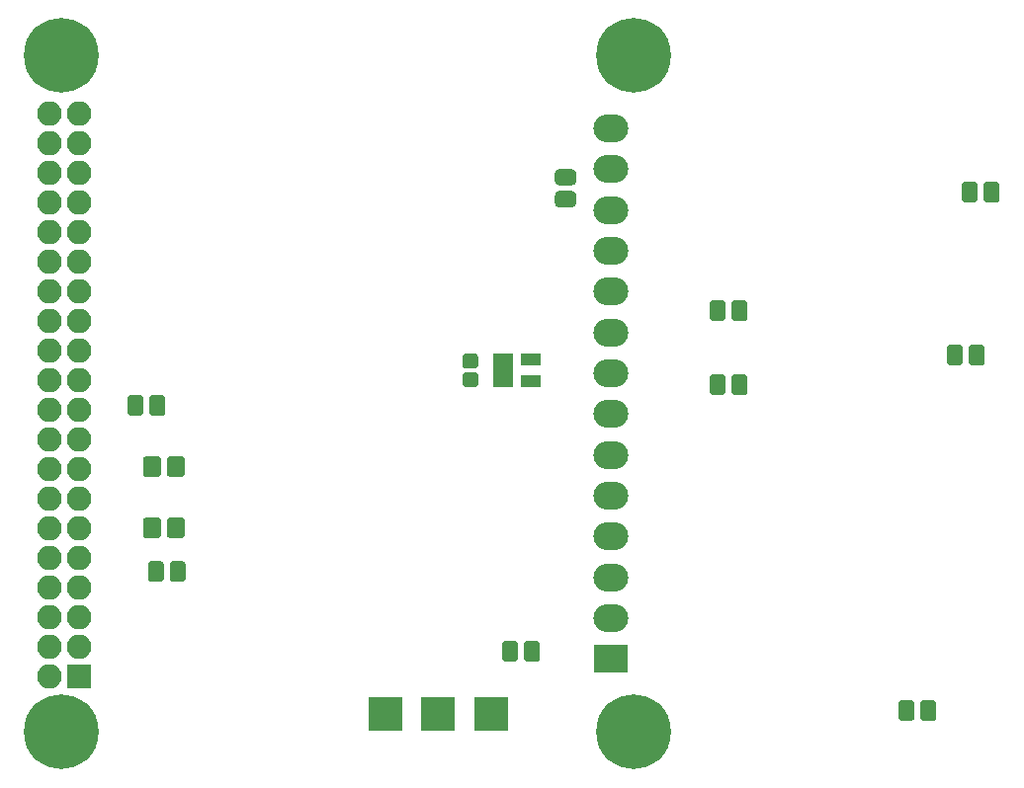
<source format=gbr>
G04 #@! TF.GenerationSoftware,KiCad,Pcbnew,6.0.0-rc1-unknown-46fddab~66~ubuntu16.04.1*
G04 #@! TF.CreationDate,2018-09-28T18:46:46+01:00*
G04 #@! TF.ProjectId,test,746573742E6B696361645F7063620000,rev?*
G04 #@! TF.SameCoordinates,Original*
G04 #@! TF.FileFunction,Soldermask,Top*
G04 #@! TF.FilePolarity,Negative*
%FSLAX46Y46*%
G04 Gerber Fmt 4.6, Leading zero omitted, Abs format (unit mm)*
G04 Created by KiCad (PCBNEW 6.0.0-rc1-unknown-46fddab~66~ubuntu16.04.1) date Fri Sep 28 18:46:46 2018*
%MOMM*%
%LPD*%
G01*
G04 APERTURE LIST*
%ADD10R,2.900000X2.900000*%
%ADD11C,6.400000*%
%ADD12C,0.100000*%
%ADD13C,1.275000*%
%ADD14R,3.000000X2.400000*%
%ADD15O,3.000000X2.400000*%
%ADD16R,2.100000X2.100000*%
%ADD17O,2.100000X2.100000*%
%ADD18R,1.790000X0.980000*%
%ADD19C,1.550000*%
%ADD20C,1.375000*%
G04 APERTURE END LIST*
D10*
G04 #@! TO.C,K*
X177750000Y-105750000D03*
G04 #@! TD*
G04 #@! TO.C,5V*
X173250000Y-105750000D03*
G04 #@! TD*
D11*
G04 #@! TO.C,REF\002A\002A*
X141000000Y-49250000D03*
G04 #@! TD*
G04 #@! TO.C,REF\002A\002A*
X190000000Y-49250000D03*
G04 #@! TD*
G04 #@! TO.C,REF\002A\002A*
X190000000Y-107250000D03*
G04 #@! TD*
G04 #@! TO.C,REF\002A\002A*
X141000000Y-107250000D03*
G04 #@! TD*
D12*
G04 #@! TO.C,C4*
G36*
X176387493Y-74826535D02*
X176418435Y-74831125D01*
X176448778Y-74838725D01*
X176478230Y-74849263D01*
X176506508Y-74862638D01*
X176533338Y-74878719D01*
X176558463Y-74897353D01*
X176581640Y-74918360D01*
X176602647Y-74941537D01*
X176621281Y-74966662D01*
X176637362Y-74993492D01*
X176650737Y-75021770D01*
X176661275Y-75051222D01*
X176668875Y-75081565D01*
X176673465Y-75112507D01*
X176675000Y-75143750D01*
X176675000Y-75781250D01*
X176673465Y-75812493D01*
X176668875Y-75843435D01*
X176661275Y-75873778D01*
X176650737Y-75903230D01*
X176637362Y-75931508D01*
X176621281Y-75958338D01*
X176602647Y-75983463D01*
X176581640Y-76006640D01*
X176558463Y-76027647D01*
X176533338Y-76046281D01*
X176506508Y-76062362D01*
X176478230Y-76075737D01*
X176448778Y-76086275D01*
X176418435Y-76093875D01*
X176387493Y-76098465D01*
X176356250Y-76100000D01*
X175643750Y-76100000D01*
X175612507Y-76098465D01*
X175581565Y-76093875D01*
X175551222Y-76086275D01*
X175521770Y-76075737D01*
X175493492Y-76062362D01*
X175466662Y-76046281D01*
X175441537Y-76027647D01*
X175418360Y-76006640D01*
X175397353Y-75983463D01*
X175378719Y-75958338D01*
X175362638Y-75931508D01*
X175349263Y-75903230D01*
X175338725Y-75873778D01*
X175331125Y-75843435D01*
X175326535Y-75812493D01*
X175325000Y-75781250D01*
X175325000Y-75143750D01*
X175326535Y-75112507D01*
X175331125Y-75081565D01*
X175338725Y-75051222D01*
X175349263Y-75021770D01*
X175362638Y-74993492D01*
X175378719Y-74966662D01*
X175397353Y-74941537D01*
X175418360Y-74918360D01*
X175441537Y-74897353D01*
X175466662Y-74878719D01*
X175493492Y-74862638D01*
X175521770Y-74849263D01*
X175551222Y-74838725D01*
X175581565Y-74831125D01*
X175612507Y-74826535D01*
X175643750Y-74825000D01*
X176356250Y-74825000D01*
X176387493Y-74826535D01*
X176387493Y-74826535D01*
G37*
D13*
X176000000Y-75462500D03*
D12*
G36*
X176387493Y-76401535D02*
X176418435Y-76406125D01*
X176448778Y-76413725D01*
X176478230Y-76424263D01*
X176506508Y-76437638D01*
X176533338Y-76453719D01*
X176558463Y-76472353D01*
X176581640Y-76493360D01*
X176602647Y-76516537D01*
X176621281Y-76541662D01*
X176637362Y-76568492D01*
X176650737Y-76596770D01*
X176661275Y-76626222D01*
X176668875Y-76656565D01*
X176673465Y-76687507D01*
X176675000Y-76718750D01*
X176675000Y-77356250D01*
X176673465Y-77387493D01*
X176668875Y-77418435D01*
X176661275Y-77448778D01*
X176650737Y-77478230D01*
X176637362Y-77506508D01*
X176621281Y-77533338D01*
X176602647Y-77558463D01*
X176581640Y-77581640D01*
X176558463Y-77602647D01*
X176533338Y-77621281D01*
X176506508Y-77637362D01*
X176478230Y-77650737D01*
X176448778Y-77661275D01*
X176418435Y-77668875D01*
X176387493Y-77673465D01*
X176356250Y-77675000D01*
X175643750Y-77675000D01*
X175612507Y-77673465D01*
X175581565Y-77668875D01*
X175551222Y-77661275D01*
X175521770Y-77650737D01*
X175493492Y-77637362D01*
X175466662Y-77621281D01*
X175441537Y-77602647D01*
X175418360Y-77581640D01*
X175397353Y-77558463D01*
X175378719Y-77533338D01*
X175362638Y-77506508D01*
X175349263Y-77478230D01*
X175338725Y-77448778D01*
X175331125Y-77418435D01*
X175326535Y-77387493D01*
X175325000Y-77356250D01*
X175325000Y-76718750D01*
X175326535Y-76687507D01*
X175331125Y-76656565D01*
X175338725Y-76626222D01*
X175349263Y-76596770D01*
X175362638Y-76568492D01*
X175378719Y-76541662D01*
X175397353Y-76516537D01*
X175418360Y-76493360D01*
X175441537Y-76472353D01*
X175466662Y-76453719D01*
X175493492Y-76437638D01*
X175521770Y-76424263D01*
X175551222Y-76413725D01*
X175581565Y-76406125D01*
X175612507Y-76401535D01*
X175643750Y-76400000D01*
X176356250Y-76400000D01*
X176387493Y-76401535D01*
X176387493Y-76401535D01*
G37*
D13*
X176000000Y-77037500D03*
G04 #@! TD*
D14*
G04 #@! TO.C,J1*
X188000000Y-101000000D03*
D15*
X188000000Y-97500000D03*
X188000000Y-94000000D03*
X188000000Y-90500000D03*
X188000000Y-87000000D03*
X188000000Y-83500000D03*
X188000000Y-80000000D03*
X188000000Y-76500000D03*
X188000000Y-73000000D03*
X188000000Y-69500000D03*
X188000000Y-66000000D03*
X188000000Y-62500000D03*
X188000000Y-59000000D03*
X188000000Y-55500000D03*
G04 #@! TD*
D16*
G04 #@! TO.C,RASPI_2_3_HEADER1*
X142500000Y-102500000D03*
D17*
X139960000Y-102500000D03*
X142500000Y-99960000D03*
X139960000Y-99960000D03*
X142500000Y-97420000D03*
X139960000Y-97420000D03*
X142500000Y-94880000D03*
X139960000Y-94880000D03*
X142500000Y-92340000D03*
X139960000Y-92340000D03*
X142500000Y-89800000D03*
X139960000Y-89800000D03*
X142500000Y-87260000D03*
X139960000Y-87260000D03*
X142500000Y-84720000D03*
X139960000Y-84720000D03*
X142500000Y-82180000D03*
X139960000Y-82180000D03*
X142500000Y-79640000D03*
X139960000Y-79640000D03*
X142500000Y-77100000D03*
X139960000Y-77100000D03*
X142500000Y-74560000D03*
X139960000Y-74560000D03*
X142500000Y-72020000D03*
X139960000Y-72020000D03*
X142500000Y-69480000D03*
X139960000Y-69480000D03*
X142500000Y-66940000D03*
X139960000Y-66940000D03*
X142500000Y-64400000D03*
X139960000Y-64400000D03*
X142500000Y-61860000D03*
X139960000Y-61860000D03*
X142500000Y-59320000D03*
X139960000Y-59320000D03*
X142500000Y-56780000D03*
X139960000Y-56780000D03*
X142500000Y-54240000D03*
X139960000Y-54240000D03*
G04 #@! TD*
D18*
G04 #@! TO.C,U4*
X178835000Y-75300000D03*
X178835000Y-76250000D03*
X178835000Y-77200000D03*
X181165000Y-77200000D03*
X181165000Y-75300000D03*
G04 #@! TD*
D10*
G04 #@! TO.C,GND*
X168750000Y-105750000D03*
G04 #@! TD*
D12*
G04 #@! TO.C,D2*
G36*
X149196071Y-83601623D02*
X149228781Y-83606475D01*
X149260857Y-83614509D01*
X149291991Y-83625649D01*
X149321884Y-83639787D01*
X149350247Y-83656787D01*
X149376807Y-83676485D01*
X149401308Y-83698692D01*
X149423515Y-83723193D01*
X149443213Y-83749753D01*
X149460213Y-83778116D01*
X149474351Y-83808009D01*
X149485491Y-83839143D01*
X149493525Y-83871219D01*
X149498377Y-83903929D01*
X149500000Y-83936956D01*
X149500000Y-85063044D01*
X149498377Y-85096071D01*
X149493525Y-85128781D01*
X149485491Y-85160857D01*
X149474351Y-85191991D01*
X149460213Y-85221884D01*
X149443213Y-85250247D01*
X149423515Y-85276807D01*
X149401308Y-85301308D01*
X149376807Y-85323515D01*
X149350247Y-85343213D01*
X149321884Y-85360213D01*
X149291991Y-85374351D01*
X149260857Y-85385491D01*
X149228781Y-85393525D01*
X149196071Y-85398377D01*
X149163044Y-85400000D01*
X148286956Y-85400000D01*
X148253929Y-85398377D01*
X148221219Y-85393525D01*
X148189143Y-85385491D01*
X148158009Y-85374351D01*
X148128116Y-85360213D01*
X148099753Y-85343213D01*
X148073193Y-85323515D01*
X148048692Y-85301308D01*
X148026485Y-85276807D01*
X148006787Y-85250247D01*
X147989787Y-85221884D01*
X147975649Y-85191991D01*
X147964509Y-85160857D01*
X147956475Y-85128781D01*
X147951623Y-85096071D01*
X147950000Y-85063044D01*
X147950000Y-83936956D01*
X147951623Y-83903929D01*
X147956475Y-83871219D01*
X147964509Y-83839143D01*
X147975649Y-83808009D01*
X147989787Y-83778116D01*
X148006787Y-83749753D01*
X148026485Y-83723193D01*
X148048692Y-83698692D01*
X148073193Y-83676485D01*
X148099753Y-83656787D01*
X148128116Y-83639787D01*
X148158009Y-83625649D01*
X148189143Y-83614509D01*
X148221219Y-83606475D01*
X148253929Y-83601623D01*
X148286956Y-83600000D01*
X149163044Y-83600000D01*
X149196071Y-83601623D01*
X149196071Y-83601623D01*
G37*
D19*
X148725000Y-84500000D03*
D12*
G36*
X151246071Y-83601623D02*
X151278781Y-83606475D01*
X151310857Y-83614509D01*
X151341991Y-83625649D01*
X151371884Y-83639787D01*
X151400247Y-83656787D01*
X151426807Y-83676485D01*
X151451308Y-83698692D01*
X151473515Y-83723193D01*
X151493213Y-83749753D01*
X151510213Y-83778116D01*
X151524351Y-83808009D01*
X151535491Y-83839143D01*
X151543525Y-83871219D01*
X151548377Y-83903929D01*
X151550000Y-83936956D01*
X151550000Y-85063044D01*
X151548377Y-85096071D01*
X151543525Y-85128781D01*
X151535491Y-85160857D01*
X151524351Y-85191991D01*
X151510213Y-85221884D01*
X151493213Y-85250247D01*
X151473515Y-85276807D01*
X151451308Y-85301308D01*
X151426807Y-85323515D01*
X151400247Y-85343213D01*
X151371884Y-85360213D01*
X151341991Y-85374351D01*
X151310857Y-85385491D01*
X151278781Y-85393525D01*
X151246071Y-85398377D01*
X151213044Y-85400000D01*
X150336956Y-85400000D01*
X150303929Y-85398377D01*
X150271219Y-85393525D01*
X150239143Y-85385491D01*
X150208009Y-85374351D01*
X150178116Y-85360213D01*
X150149753Y-85343213D01*
X150123193Y-85323515D01*
X150098692Y-85301308D01*
X150076485Y-85276807D01*
X150056787Y-85250247D01*
X150039787Y-85221884D01*
X150025649Y-85191991D01*
X150014509Y-85160857D01*
X150006475Y-85128781D01*
X150001623Y-85096071D01*
X150000000Y-85063044D01*
X150000000Y-83936956D01*
X150001623Y-83903929D01*
X150006475Y-83871219D01*
X150014509Y-83839143D01*
X150025649Y-83808009D01*
X150039787Y-83778116D01*
X150056787Y-83749753D01*
X150076485Y-83723193D01*
X150098692Y-83698692D01*
X150123193Y-83676485D01*
X150149753Y-83656787D01*
X150178116Y-83639787D01*
X150208009Y-83625649D01*
X150239143Y-83614509D01*
X150271219Y-83606475D01*
X150303929Y-83601623D01*
X150336956Y-83600000D01*
X151213044Y-83600000D01*
X151246071Y-83601623D01*
X151246071Y-83601623D01*
G37*
D19*
X150775000Y-84500000D03*
G04 #@! TD*
D12*
G04 #@! TO.C,D3*
G36*
X151246071Y-88851623D02*
X151278781Y-88856475D01*
X151310857Y-88864509D01*
X151341991Y-88875649D01*
X151371884Y-88889787D01*
X151400247Y-88906787D01*
X151426807Y-88926485D01*
X151451308Y-88948692D01*
X151473515Y-88973193D01*
X151493213Y-88999753D01*
X151510213Y-89028116D01*
X151524351Y-89058009D01*
X151535491Y-89089143D01*
X151543525Y-89121219D01*
X151548377Y-89153929D01*
X151550000Y-89186956D01*
X151550000Y-90313044D01*
X151548377Y-90346071D01*
X151543525Y-90378781D01*
X151535491Y-90410857D01*
X151524351Y-90441991D01*
X151510213Y-90471884D01*
X151493213Y-90500247D01*
X151473515Y-90526807D01*
X151451308Y-90551308D01*
X151426807Y-90573515D01*
X151400247Y-90593213D01*
X151371884Y-90610213D01*
X151341991Y-90624351D01*
X151310857Y-90635491D01*
X151278781Y-90643525D01*
X151246071Y-90648377D01*
X151213044Y-90650000D01*
X150336956Y-90650000D01*
X150303929Y-90648377D01*
X150271219Y-90643525D01*
X150239143Y-90635491D01*
X150208009Y-90624351D01*
X150178116Y-90610213D01*
X150149753Y-90593213D01*
X150123193Y-90573515D01*
X150098692Y-90551308D01*
X150076485Y-90526807D01*
X150056787Y-90500247D01*
X150039787Y-90471884D01*
X150025649Y-90441991D01*
X150014509Y-90410857D01*
X150006475Y-90378781D01*
X150001623Y-90346071D01*
X150000000Y-90313044D01*
X150000000Y-89186956D01*
X150001623Y-89153929D01*
X150006475Y-89121219D01*
X150014509Y-89089143D01*
X150025649Y-89058009D01*
X150039787Y-89028116D01*
X150056787Y-88999753D01*
X150076485Y-88973193D01*
X150098692Y-88948692D01*
X150123193Y-88926485D01*
X150149753Y-88906787D01*
X150178116Y-88889787D01*
X150208009Y-88875649D01*
X150239143Y-88864509D01*
X150271219Y-88856475D01*
X150303929Y-88851623D01*
X150336956Y-88850000D01*
X151213044Y-88850000D01*
X151246071Y-88851623D01*
X151246071Y-88851623D01*
G37*
D19*
X150775000Y-89750000D03*
D12*
G36*
X149196071Y-88851623D02*
X149228781Y-88856475D01*
X149260857Y-88864509D01*
X149291991Y-88875649D01*
X149321884Y-88889787D01*
X149350247Y-88906787D01*
X149376807Y-88926485D01*
X149401308Y-88948692D01*
X149423515Y-88973193D01*
X149443213Y-88999753D01*
X149460213Y-89028116D01*
X149474351Y-89058009D01*
X149485491Y-89089143D01*
X149493525Y-89121219D01*
X149498377Y-89153929D01*
X149500000Y-89186956D01*
X149500000Y-90313044D01*
X149498377Y-90346071D01*
X149493525Y-90378781D01*
X149485491Y-90410857D01*
X149474351Y-90441991D01*
X149460213Y-90471884D01*
X149443213Y-90500247D01*
X149423515Y-90526807D01*
X149401308Y-90551308D01*
X149376807Y-90573515D01*
X149350247Y-90593213D01*
X149321884Y-90610213D01*
X149291991Y-90624351D01*
X149260857Y-90635491D01*
X149228781Y-90643525D01*
X149196071Y-90648377D01*
X149163044Y-90650000D01*
X148286956Y-90650000D01*
X148253929Y-90648377D01*
X148221219Y-90643525D01*
X148189143Y-90635491D01*
X148158009Y-90624351D01*
X148128116Y-90610213D01*
X148099753Y-90593213D01*
X148073193Y-90573515D01*
X148048692Y-90551308D01*
X148026485Y-90526807D01*
X148006787Y-90500247D01*
X147989787Y-90471884D01*
X147975649Y-90441991D01*
X147964509Y-90410857D01*
X147956475Y-90378781D01*
X147951623Y-90346071D01*
X147950000Y-90313044D01*
X147950000Y-89186956D01*
X147951623Y-89153929D01*
X147956475Y-89121219D01*
X147964509Y-89089143D01*
X147975649Y-89058009D01*
X147989787Y-89028116D01*
X148006787Y-88999753D01*
X148026485Y-88973193D01*
X148048692Y-88948692D01*
X148073193Y-88926485D01*
X148099753Y-88906787D01*
X148128116Y-88889787D01*
X148158009Y-88875649D01*
X148189143Y-88864509D01*
X148221219Y-88856475D01*
X148253929Y-88851623D01*
X148286956Y-88850000D01*
X149163044Y-88850000D01*
X149196071Y-88851623D01*
X149196071Y-88851623D01*
G37*
D19*
X148725000Y-89750000D03*
G04 #@! TD*
D12*
G04 #@! TO.C,R18*
G36*
X149564943Y-78351655D02*
X149598312Y-78356605D01*
X149631035Y-78364802D01*
X149662797Y-78376166D01*
X149693293Y-78390590D01*
X149722227Y-78407932D01*
X149749323Y-78428028D01*
X149774318Y-78450682D01*
X149796972Y-78475677D01*
X149817068Y-78502773D01*
X149834410Y-78531707D01*
X149848834Y-78562203D01*
X149860198Y-78593965D01*
X149868395Y-78626688D01*
X149873345Y-78660057D01*
X149875000Y-78693750D01*
X149875000Y-79806250D01*
X149873345Y-79839943D01*
X149868395Y-79873312D01*
X149860198Y-79906035D01*
X149848834Y-79937797D01*
X149834410Y-79968293D01*
X149817068Y-79997227D01*
X149796972Y-80024323D01*
X149774318Y-80049318D01*
X149749323Y-80071972D01*
X149722227Y-80092068D01*
X149693293Y-80109410D01*
X149662797Y-80123834D01*
X149631035Y-80135198D01*
X149598312Y-80143395D01*
X149564943Y-80148345D01*
X149531250Y-80150000D01*
X148843750Y-80150000D01*
X148810057Y-80148345D01*
X148776688Y-80143395D01*
X148743965Y-80135198D01*
X148712203Y-80123834D01*
X148681707Y-80109410D01*
X148652773Y-80092068D01*
X148625677Y-80071972D01*
X148600682Y-80049318D01*
X148578028Y-80024323D01*
X148557932Y-79997227D01*
X148540590Y-79968293D01*
X148526166Y-79937797D01*
X148514802Y-79906035D01*
X148506605Y-79873312D01*
X148501655Y-79839943D01*
X148500000Y-79806250D01*
X148500000Y-78693750D01*
X148501655Y-78660057D01*
X148506605Y-78626688D01*
X148514802Y-78593965D01*
X148526166Y-78562203D01*
X148540590Y-78531707D01*
X148557932Y-78502773D01*
X148578028Y-78475677D01*
X148600682Y-78450682D01*
X148625677Y-78428028D01*
X148652773Y-78407932D01*
X148681707Y-78390590D01*
X148712203Y-78376166D01*
X148743965Y-78364802D01*
X148776688Y-78356605D01*
X148810057Y-78351655D01*
X148843750Y-78350000D01*
X149531250Y-78350000D01*
X149564943Y-78351655D01*
X149564943Y-78351655D01*
G37*
D20*
X149187500Y-79250000D03*
D12*
G36*
X147689943Y-78351655D02*
X147723312Y-78356605D01*
X147756035Y-78364802D01*
X147787797Y-78376166D01*
X147818293Y-78390590D01*
X147847227Y-78407932D01*
X147874323Y-78428028D01*
X147899318Y-78450682D01*
X147921972Y-78475677D01*
X147942068Y-78502773D01*
X147959410Y-78531707D01*
X147973834Y-78562203D01*
X147985198Y-78593965D01*
X147993395Y-78626688D01*
X147998345Y-78660057D01*
X148000000Y-78693750D01*
X148000000Y-79806250D01*
X147998345Y-79839943D01*
X147993395Y-79873312D01*
X147985198Y-79906035D01*
X147973834Y-79937797D01*
X147959410Y-79968293D01*
X147942068Y-79997227D01*
X147921972Y-80024323D01*
X147899318Y-80049318D01*
X147874323Y-80071972D01*
X147847227Y-80092068D01*
X147818293Y-80109410D01*
X147787797Y-80123834D01*
X147756035Y-80135198D01*
X147723312Y-80143395D01*
X147689943Y-80148345D01*
X147656250Y-80150000D01*
X146968750Y-80150000D01*
X146935057Y-80148345D01*
X146901688Y-80143395D01*
X146868965Y-80135198D01*
X146837203Y-80123834D01*
X146806707Y-80109410D01*
X146777773Y-80092068D01*
X146750677Y-80071972D01*
X146725682Y-80049318D01*
X146703028Y-80024323D01*
X146682932Y-79997227D01*
X146665590Y-79968293D01*
X146651166Y-79937797D01*
X146639802Y-79906035D01*
X146631605Y-79873312D01*
X146626655Y-79839943D01*
X146625000Y-79806250D01*
X146625000Y-78693750D01*
X146626655Y-78660057D01*
X146631605Y-78626688D01*
X146639802Y-78593965D01*
X146651166Y-78562203D01*
X146665590Y-78531707D01*
X146682932Y-78502773D01*
X146703028Y-78475677D01*
X146725682Y-78450682D01*
X146750677Y-78428028D01*
X146777773Y-78407932D01*
X146806707Y-78390590D01*
X146837203Y-78376166D01*
X146868965Y-78364802D01*
X146901688Y-78356605D01*
X146935057Y-78351655D01*
X146968750Y-78350000D01*
X147656250Y-78350000D01*
X147689943Y-78351655D01*
X147689943Y-78351655D01*
G37*
D20*
X147312500Y-79250000D03*
G04 #@! TD*
D12*
G04 #@! TO.C,R19*
G36*
X149439943Y-92601655D02*
X149473312Y-92606605D01*
X149506035Y-92614802D01*
X149537797Y-92626166D01*
X149568293Y-92640590D01*
X149597227Y-92657932D01*
X149624323Y-92678028D01*
X149649318Y-92700682D01*
X149671972Y-92725677D01*
X149692068Y-92752773D01*
X149709410Y-92781707D01*
X149723834Y-92812203D01*
X149735198Y-92843965D01*
X149743395Y-92876688D01*
X149748345Y-92910057D01*
X149750000Y-92943750D01*
X149750000Y-94056250D01*
X149748345Y-94089943D01*
X149743395Y-94123312D01*
X149735198Y-94156035D01*
X149723834Y-94187797D01*
X149709410Y-94218293D01*
X149692068Y-94247227D01*
X149671972Y-94274323D01*
X149649318Y-94299318D01*
X149624323Y-94321972D01*
X149597227Y-94342068D01*
X149568293Y-94359410D01*
X149537797Y-94373834D01*
X149506035Y-94385198D01*
X149473312Y-94393395D01*
X149439943Y-94398345D01*
X149406250Y-94400000D01*
X148718750Y-94400000D01*
X148685057Y-94398345D01*
X148651688Y-94393395D01*
X148618965Y-94385198D01*
X148587203Y-94373834D01*
X148556707Y-94359410D01*
X148527773Y-94342068D01*
X148500677Y-94321972D01*
X148475682Y-94299318D01*
X148453028Y-94274323D01*
X148432932Y-94247227D01*
X148415590Y-94218293D01*
X148401166Y-94187797D01*
X148389802Y-94156035D01*
X148381605Y-94123312D01*
X148376655Y-94089943D01*
X148375000Y-94056250D01*
X148375000Y-92943750D01*
X148376655Y-92910057D01*
X148381605Y-92876688D01*
X148389802Y-92843965D01*
X148401166Y-92812203D01*
X148415590Y-92781707D01*
X148432932Y-92752773D01*
X148453028Y-92725677D01*
X148475682Y-92700682D01*
X148500677Y-92678028D01*
X148527773Y-92657932D01*
X148556707Y-92640590D01*
X148587203Y-92626166D01*
X148618965Y-92614802D01*
X148651688Y-92606605D01*
X148685057Y-92601655D01*
X148718750Y-92600000D01*
X149406250Y-92600000D01*
X149439943Y-92601655D01*
X149439943Y-92601655D01*
G37*
D20*
X149062500Y-93500000D03*
D12*
G36*
X151314943Y-92601655D02*
X151348312Y-92606605D01*
X151381035Y-92614802D01*
X151412797Y-92626166D01*
X151443293Y-92640590D01*
X151472227Y-92657932D01*
X151499323Y-92678028D01*
X151524318Y-92700682D01*
X151546972Y-92725677D01*
X151567068Y-92752773D01*
X151584410Y-92781707D01*
X151598834Y-92812203D01*
X151610198Y-92843965D01*
X151618395Y-92876688D01*
X151623345Y-92910057D01*
X151625000Y-92943750D01*
X151625000Y-94056250D01*
X151623345Y-94089943D01*
X151618395Y-94123312D01*
X151610198Y-94156035D01*
X151598834Y-94187797D01*
X151584410Y-94218293D01*
X151567068Y-94247227D01*
X151546972Y-94274323D01*
X151524318Y-94299318D01*
X151499323Y-94321972D01*
X151472227Y-94342068D01*
X151443293Y-94359410D01*
X151412797Y-94373834D01*
X151381035Y-94385198D01*
X151348312Y-94393395D01*
X151314943Y-94398345D01*
X151281250Y-94400000D01*
X150593750Y-94400000D01*
X150560057Y-94398345D01*
X150526688Y-94393395D01*
X150493965Y-94385198D01*
X150462203Y-94373834D01*
X150431707Y-94359410D01*
X150402773Y-94342068D01*
X150375677Y-94321972D01*
X150350682Y-94299318D01*
X150328028Y-94274323D01*
X150307932Y-94247227D01*
X150290590Y-94218293D01*
X150276166Y-94187797D01*
X150264802Y-94156035D01*
X150256605Y-94123312D01*
X150251655Y-94089943D01*
X150250000Y-94056250D01*
X150250000Y-92943750D01*
X150251655Y-92910057D01*
X150256605Y-92876688D01*
X150264802Y-92843965D01*
X150276166Y-92812203D01*
X150290590Y-92781707D01*
X150307932Y-92752773D01*
X150328028Y-92725677D01*
X150350682Y-92700682D01*
X150375677Y-92678028D01*
X150402773Y-92657932D01*
X150431707Y-92640590D01*
X150462203Y-92626166D01*
X150493965Y-92614802D01*
X150526688Y-92606605D01*
X150560057Y-92601655D01*
X150593750Y-92600000D01*
X151281250Y-92600000D01*
X151314943Y-92601655D01*
X151314943Y-92601655D01*
G37*
D20*
X150937500Y-93500000D03*
G04 #@! TD*
D12*
G04 #@! TO.C,R31*
G36*
X179779943Y-99431655D02*
X179813312Y-99436605D01*
X179846035Y-99444802D01*
X179877797Y-99456166D01*
X179908293Y-99470590D01*
X179937227Y-99487932D01*
X179964323Y-99508028D01*
X179989318Y-99530682D01*
X180011972Y-99555677D01*
X180032068Y-99582773D01*
X180049410Y-99611707D01*
X180063834Y-99642203D01*
X180075198Y-99673965D01*
X180083395Y-99706688D01*
X180088345Y-99740057D01*
X180090000Y-99773750D01*
X180090000Y-100886250D01*
X180088345Y-100919943D01*
X180083395Y-100953312D01*
X180075198Y-100986035D01*
X180063834Y-101017797D01*
X180049410Y-101048293D01*
X180032068Y-101077227D01*
X180011972Y-101104323D01*
X179989318Y-101129318D01*
X179964323Y-101151972D01*
X179937227Y-101172068D01*
X179908293Y-101189410D01*
X179877797Y-101203834D01*
X179846035Y-101215198D01*
X179813312Y-101223395D01*
X179779943Y-101228345D01*
X179746250Y-101230000D01*
X179058750Y-101230000D01*
X179025057Y-101228345D01*
X178991688Y-101223395D01*
X178958965Y-101215198D01*
X178927203Y-101203834D01*
X178896707Y-101189410D01*
X178867773Y-101172068D01*
X178840677Y-101151972D01*
X178815682Y-101129318D01*
X178793028Y-101104323D01*
X178772932Y-101077227D01*
X178755590Y-101048293D01*
X178741166Y-101017797D01*
X178729802Y-100986035D01*
X178721605Y-100953312D01*
X178716655Y-100919943D01*
X178715000Y-100886250D01*
X178715000Y-99773750D01*
X178716655Y-99740057D01*
X178721605Y-99706688D01*
X178729802Y-99673965D01*
X178741166Y-99642203D01*
X178755590Y-99611707D01*
X178772932Y-99582773D01*
X178793028Y-99555677D01*
X178815682Y-99530682D01*
X178840677Y-99508028D01*
X178867773Y-99487932D01*
X178896707Y-99470590D01*
X178927203Y-99456166D01*
X178958965Y-99444802D01*
X178991688Y-99436605D01*
X179025057Y-99431655D01*
X179058750Y-99430000D01*
X179746250Y-99430000D01*
X179779943Y-99431655D01*
X179779943Y-99431655D01*
G37*
D20*
X179402500Y-100330000D03*
D12*
G36*
X181654943Y-99431655D02*
X181688312Y-99436605D01*
X181721035Y-99444802D01*
X181752797Y-99456166D01*
X181783293Y-99470590D01*
X181812227Y-99487932D01*
X181839323Y-99508028D01*
X181864318Y-99530682D01*
X181886972Y-99555677D01*
X181907068Y-99582773D01*
X181924410Y-99611707D01*
X181938834Y-99642203D01*
X181950198Y-99673965D01*
X181958395Y-99706688D01*
X181963345Y-99740057D01*
X181965000Y-99773750D01*
X181965000Y-100886250D01*
X181963345Y-100919943D01*
X181958395Y-100953312D01*
X181950198Y-100986035D01*
X181938834Y-101017797D01*
X181924410Y-101048293D01*
X181907068Y-101077227D01*
X181886972Y-101104323D01*
X181864318Y-101129318D01*
X181839323Y-101151972D01*
X181812227Y-101172068D01*
X181783293Y-101189410D01*
X181752797Y-101203834D01*
X181721035Y-101215198D01*
X181688312Y-101223395D01*
X181654943Y-101228345D01*
X181621250Y-101230000D01*
X180933750Y-101230000D01*
X180900057Y-101228345D01*
X180866688Y-101223395D01*
X180833965Y-101215198D01*
X180802203Y-101203834D01*
X180771707Y-101189410D01*
X180742773Y-101172068D01*
X180715677Y-101151972D01*
X180690682Y-101129318D01*
X180668028Y-101104323D01*
X180647932Y-101077227D01*
X180630590Y-101048293D01*
X180616166Y-101017797D01*
X180604802Y-100986035D01*
X180596605Y-100953312D01*
X180591655Y-100919943D01*
X180590000Y-100886250D01*
X180590000Y-99773750D01*
X180591655Y-99740057D01*
X180596605Y-99706688D01*
X180604802Y-99673965D01*
X180616166Y-99642203D01*
X180630590Y-99611707D01*
X180647932Y-99582773D01*
X180668028Y-99555677D01*
X180690682Y-99530682D01*
X180715677Y-99508028D01*
X180742773Y-99487932D01*
X180771707Y-99470590D01*
X180802203Y-99456166D01*
X180833965Y-99444802D01*
X180866688Y-99436605D01*
X180900057Y-99431655D01*
X180933750Y-99430000D01*
X181621250Y-99430000D01*
X181654943Y-99431655D01*
X181654943Y-99431655D01*
G37*
D20*
X181277500Y-100330000D03*
G04 #@! TD*
D12*
G04 #@! TO.C,R32*
G36*
X215612443Y-104511655D02*
X215645812Y-104516605D01*
X215678535Y-104524802D01*
X215710297Y-104536166D01*
X215740793Y-104550590D01*
X215769727Y-104567932D01*
X215796823Y-104588028D01*
X215821818Y-104610682D01*
X215844472Y-104635677D01*
X215864568Y-104662773D01*
X215881910Y-104691707D01*
X215896334Y-104722203D01*
X215907698Y-104753965D01*
X215915895Y-104786688D01*
X215920845Y-104820057D01*
X215922500Y-104853750D01*
X215922500Y-105966250D01*
X215920845Y-105999943D01*
X215915895Y-106033312D01*
X215907698Y-106066035D01*
X215896334Y-106097797D01*
X215881910Y-106128293D01*
X215864568Y-106157227D01*
X215844472Y-106184323D01*
X215821818Y-106209318D01*
X215796823Y-106231972D01*
X215769727Y-106252068D01*
X215740793Y-106269410D01*
X215710297Y-106283834D01*
X215678535Y-106295198D01*
X215645812Y-106303395D01*
X215612443Y-106308345D01*
X215578750Y-106310000D01*
X214891250Y-106310000D01*
X214857557Y-106308345D01*
X214824188Y-106303395D01*
X214791465Y-106295198D01*
X214759703Y-106283834D01*
X214729207Y-106269410D01*
X214700273Y-106252068D01*
X214673177Y-106231972D01*
X214648182Y-106209318D01*
X214625528Y-106184323D01*
X214605432Y-106157227D01*
X214588090Y-106128293D01*
X214573666Y-106097797D01*
X214562302Y-106066035D01*
X214554105Y-106033312D01*
X214549155Y-105999943D01*
X214547500Y-105966250D01*
X214547500Y-104853750D01*
X214549155Y-104820057D01*
X214554105Y-104786688D01*
X214562302Y-104753965D01*
X214573666Y-104722203D01*
X214588090Y-104691707D01*
X214605432Y-104662773D01*
X214625528Y-104635677D01*
X214648182Y-104610682D01*
X214673177Y-104588028D01*
X214700273Y-104567932D01*
X214729207Y-104550590D01*
X214759703Y-104536166D01*
X214791465Y-104524802D01*
X214824188Y-104516605D01*
X214857557Y-104511655D01*
X214891250Y-104510000D01*
X215578750Y-104510000D01*
X215612443Y-104511655D01*
X215612443Y-104511655D01*
G37*
D20*
X215235000Y-105410000D03*
D12*
G36*
X213737443Y-104511655D02*
X213770812Y-104516605D01*
X213803535Y-104524802D01*
X213835297Y-104536166D01*
X213865793Y-104550590D01*
X213894727Y-104567932D01*
X213921823Y-104588028D01*
X213946818Y-104610682D01*
X213969472Y-104635677D01*
X213989568Y-104662773D01*
X214006910Y-104691707D01*
X214021334Y-104722203D01*
X214032698Y-104753965D01*
X214040895Y-104786688D01*
X214045845Y-104820057D01*
X214047500Y-104853750D01*
X214047500Y-105966250D01*
X214045845Y-105999943D01*
X214040895Y-106033312D01*
X214032698Y-106066035D01*
X214021334Y-106097797D01*
X214006910Y-106128293D01*
X213989568Y-106157227D01*
X213969472Y-106184323D01*
X213946818Y-106209318D01*
X213921823Y-106231972D01*
X213894727Y-106252068D01*
X213865793Y-106269410D01*
X213835297Y-106283834D01*
X213803535Y-106295198D01*
X213770812Y-106303395D01*
X213737443Y-106308345D01*
X213703750Y-106310000D01*
X213016250Y-106310000D01*
X212982557Y-106308345D01*
X212949188Y-106303395D01*
X212916465Y-106295198D01*
X212884703Y-106283834D01*
X212854207Y-106269410D01*
X212825273Y-106252068D01*
X212798177Y-106231972D01*
X212773182Y-106209318D01*
X212750528Y-106184323D01*
X212730432Y-106157227D01*
X212713090Y-106128293D01*
X212698666Y-106097797D01*
X212687302Y-106066035D01*
X212679105Y-106033312D01*
X212674155Y-105999943D01*
X212672500Y-105966250D01*
X212672500Y-104853750D01*
X212674155Y-104820057D01*
X212679105Y-104786688D01*
X212687302Y-104753965D01*
X212698666Y-104722203D01*
X212713090Y-104691707D01*
X212730432Y-104662773D01*
X212750528Y-104635677D01*
X212773182Y-104610682D01*
X212798177Y-104588028D01*
X212825273Y-104567932D01*
X212854207Y-104550590D01*
X212884703Y-104536166D01*
X212916465Y-104524802D01*
X212949188Y-104516605D01*
X212982557Y-104511655D01*
X213016250Y-104510000D01*
X213703750Y-104510000D01*
X213737443Y-104511655D01*
X213737443Y-104511655D01*
G37*
D20*
X213360000Y-105410000D03*
G04 #@! TD*
D12*
G04 #@! TO.C,R33*
G36*
X217879943Y-74031655D02*
X217913312Y-74036605D01*
X217946035Y-74044802D01*
X217977797Y-74056166D01*
X218008293Y-74070590D01*
X218037227Y-74087932D01*
X218064323Y-74108028D01*
X218089318Y-74130682D01*
X218111972Y-74155677D01*
X218132068Y-74182773D01*
X218149410Y-74211707D01*
X218163834Y-74242203D01*
X218175198Y-74273965D01*
X218183395Y-74306688D01*
X218188345Y-74340057D01*
X218190000Y-74373750D01*
X218190000Y-75486250D01*
X218188345Y-75519943D01*
X218183395Y-75553312D01*
X218175198Y-75586035D01*
X218163834Y-75617797D01*
X218149410Y-75648293D01*
X218132068Y-75677227D01*
X218111972Y-75704323D01*
X218089318Y-75729318D01*
X218064323Y-75751972D01*
X218037227Y-75772068D01*
X218008293Y-75789410D01*
X217977797Y-75803834D01*
X217946035Y-75815198D01*
X217913312Y-75823395D01*
X217879943Y-75828345D01*
X217846250Y-75830000D01*
X217158750Y-75830000D01*
X217125057Y-75828345D01*
X217091688Y-75823395D01*
X217058965Y-75815198D01*
X217027203Y-75803834D01*
X216996707Y-75789410D01*
X216967773Y-75772068D01*
X216940677Y-75751972D01*
X216915682Y-75729318D01*
X216893028Y-75704323D01*
X216872932Y-75677227D01*
X216855590Y-75648293D01*
X216841166Y-75617797D01*
X216829802Y-75586035D01*
X216821605Y-75553312D01*
X216816655Y-75519943D01*
X216815000Y-75486250D01*
X216815000Y-74373750D01*
X216816655Y-74340057D01*
X216821605Y-74306688D01*
X216829802Y-74273965D01*
X216841166Y-74242203D01*
X216855590Y-74211707D01*
X216872932Y-74182773D01*
X216893028Y-74155677D01*
X216915682Y-74130682D01*
X216940677Y-74108028D01*
X216967773Y-74087932D01*
X216996707Y-74070590D01*
X217027203Y-74056166D01*
X217058965Y-74044802D01*
X217091688Y-74036605D01*
X217125057Y-74031655D01*
X217158750Y-74030000D01*
X217846250Y-74030000D01*
X217879943Y-74031655D01*
X217879943Y-74031655D01*
G37*
D20*
X217502500Y-74930000D03*
D12*
G36*
X219754943Y-74031655D02*
X219788312Y-74036605D01*
X219821035Y-74044802D01*
X219852797Y-74056166D01*
X219883293Y-74070590D01*
X219912227Y-74087932D01*
X219939323Y-74108028D01*
X219964318Y-74130682D01*
X219986972Y-74155677D01*
X220007068Y-74182773D01*
X220024410Y-74211707D01*
X220038834Y-74242203D01*
X220050198Y-74273965D01*
X220058395Y-74306688D01*
X220063345Y-74340057D01*
X220065000Y-74373750D01*
X220065000Y-75486250D01*
X220063345Y-75519943D01*
X220058395Y-75553312D01*
X220050198Y-75586035D01*
X220038834Y-75617797D01*
X220024410Y-75648293D01*
X220007068Y-75677227D01*
X219986972Y-75704323D01*
X219964318Y-75729318D01*
X219939323Y-75751972D01*
X219912227Y-75772068D01*
X219883293Y-75789410D01*
X219852797Y-75803834D01*
X219821035Y-75815198D01*
X219788312Y-75823395D01*
X219754943Y-75828345D01*
X219721250Y-75830000D01*
X219033750Y-75830000D01*
X219000057Y-75828345D01*
X218966688Y-75823395D01*
X218933965Y-75815198D01*
X218902203Y-75803834D01*
X218871707Y-75789410D01*
X218842773Y-75772068D01*
X218815677Y-75751972D01*
X218790682Y-75729318D01*
X218768028Y-75704323D01*
X218747932Y-75677227D01*
X218730590Y-75648293D01*
X218716166Y-75617797D01*
X218704802Y-75586035D01*
X218696605Y-75553312D01*
X218691655Y-75519943D01*
X218690000Y-75486250D01*
X218690000Y-74373750D01*
X218691655Y-74340057D01*
X218696605Y-74306688D01*
X218704802Y-74273965D01*
X218716166Y-74242203D01*
X218730590Y-74211707D01*
X218747932Y-74182773D01*
X218768028Y-74155677D01*
X218790682Y-74130682D01*
X218815677Y-74108028D01*
X218842773Y-74087932D01*
X218871707Y-74070590D01*
X218902203Y-74056166D01*
X218933965Y-74044802D01*
X218966688Y-74036605D01*
X219000057Y-74031655D01*
X219033750Y-74030000D01*
X219721250Y-74030000D01*
X219754943Y-74031655D01*
X219754943Y-74031655D01*
G37*
D20*
X219377500Y-74930000D03*
G04 #@! TD*
D12*
G04 #@! TO.C,R34*
G36*
X199434943Y-76571655D02*
X199468312Y-76576605D01*
X199501035Y-76584802D01*
X199532797Y-76596166D01*
X199563293Y-76610590D01*
X199592227Y-76627932D01*
X199619323Y-76648028D01*
X199644318Y-76670682D01*
X199666972Y-76695677D01*
X199687068Y-76722773D01*
X199704410Y-76751707D01*
X199718834Y-76782203D01*
X199730198Y-76813965D01*
X199738395Y-76846688D01*
X199743345Y-76880057D01*
X199745000Y-76913750D01*
X199745000Y-78026250D01*
X199743345Y-78059943D01*
X199738395Y-78093312D01*
X199730198Y-78126035D01*
X199718834Y-78157797D01*
X199704410Y-78188293D01*
X199687068Y-78217227D01*
X199666972Y-78244323D01*
X199644318Y-78269318D01*
X199619323Y-78291972D01*
X199592227Y-78312068D01*
X199563293Y-78329410D01*
X199532797Y-78343834D01*
X199501035Y-78355198D01*
X199468312Y-78363395D01*
X199434943Y-78368345D01*
X199401250Y-78370000D01*
X198713750Y-78370000D01*
X198680057Y-78368345D01*
X198646688Y-78363395D01*
X198613965Y-78355198D01*
X198582203Y-78343834D01*
X198551707Y-78329410D01*
X198522773Y-78312068D01*
X198495677Y-78291972D01*
X198470682Y-78269318D01*
X198448028Y-78244323D01*
X198427932Y-78217227D01*
X198410590Y-78188293D01*
X198396166Y-78157797D01*
X198384802Y-78126035D01*
X198376605Y-78093312D01*
X198371655Y-78059943D01*
X198370000Y-78026250D01*
X198370000Y-76913750D01*
X198371655Y-76880057D01*
X198376605Y-76846688D01*
X198384802Y-76813965D01*
X198396166Y-76782203D01*
X198410590Y-76751707D01*
X198427932Y-76722773D01*
X198448028Y-76695677D01*
X198470682Y-76670682D01*
X198495677Y-76648028D01*
X198522773Y-76627932D01*
X198551707Y-76610590D01*
X198582203Y-76596166D01*
X198613965Y-76584802D01*
X198646688Y-76576605D01*
X198680057Y-76571655D01*
X198713750Y-76570000D01*
X199401250Y-76570000D01*
X199434943Y-76571655D01*
X199434943Y-76571655D01*
G37*
D20*
X199057500Y-77470000D03*
D12*
G36*
X197559943Y-76571655D02*
X197593312Y-76576605D01*
X197626035Y-76584802D01*
X197657797Y-76596166D01*
X197688293Y-76610590D01*
X197717227Y-76627932D01*
X197744323Y-76648028D01*
X197769318Y-76670682D01*
X197791972Y-76695677D01*
X197812068Y-76722773D01*
X197829410Y-76751707D01*
X197843834Y-76782203D01*
X197855198Y-76813965D01*
X197863395Y-76846688D01*
X197868345Y-76880057D01*
X197870000Y-76913750D01*
X197870000Y-78026250D01*
X197868345Y-78059943D01*
X197863395Y-78093312D01*
X197855198Y-78126035D01*
X197843834Y-78157797D01*
X197829410Y-78188293D01*
X197812068Y-78217227D01*
X197791972Y-78244323D01*
X197769318Y-78269318D01*
X197744323Y-78291972D01*
X197717227Y-78312068D01*
X197688293Y-78329410D01*
X197657797Y-78343834D01*
X197626035Y-78355198D01*
X197593312Y-78363395D01*
X197559943Y-78368345D01*
X197526250Y-78370000D01*
X196838750Y-78370000D01*
X196805057Y-78368345D01*
X196771688Y-78363395D01*
X196738965Y-78355198D01*
X196707203Y-78343834D01*
X196676707Y-78329410D01*
X196647773Y-78312068D01*
X196620677Y-78291972D01*
X196595682Y-78269318D01*
X196573028Y-78244323D01*
X196552932Y-78217227D01*
X196535590Y-78188293D01*
X196521166Y-78157797D01*
X196509802Y-78126035D01*
X196501605Y-78093312D01*
X196496655Y-78059943D01*
X196495000Y-78026250D01*
X196495000Y-76913750D01*
X196496655Y-76880057D01*
X196501605Y-76846688D01*
X196509802Y-76813965D01*
X196521166Y-76782203D01*
X196535590Y-76751707D01*
X196552932Y-76722773D01*
X196573028Y-76695677D01*
X196595682Y-76670682D01*
X196620677Y-76648028D01*
X196647773Y-76627932D01*
X196676707Y-76610590D01*
X196707203Y-76596166D01*
X196738965Y-76584802D01*
X196771688Y-76576605D01*
X196805057Y-76571655D01*
X196838750Y-76570000D01*
X197526250Y-76570000D01*
X197559943Y-76571655D01*
X197559943Y-76571655D01*
G37*
D20*
X197182500Y-77470000D03*
G04 #@! TD*
D12*
G04 #@! TO.C,R35*
G36*
X197559943Y-70221655D02*
X197593312Y-70226605D01*
X197626035Y-70234802D01*
X197657797Y-70246166D01*
X197688293Y-70260590D01*
X197717227Y-70277932D01*
X197744323Y-70298028D01*
X197769318Y-70320682D01*
X197791972Y-70345677D01*
X197812068Y-70372773D01*
X197829410Y-70401707D01*
X197843834Y-70432203D01*
X197855198Y-70463965D01*
X197863395Y-70496688D01*
X197868345Y-70530057D01*
X197870000Y-70563750D01*
X197870000Y-71676250D01*
X197868345Y-71709943D01*
X197863395Y-71743312D01*
X197855198Y-71776035D01*
X197843834Y-71807797D01*
X197829410Y-71838293D01*
X197812068Y-71867227D01*
X197791972Y-71894323D01*
X197769318Y-71919318D01*
X197744323Y-71941972D01*
X197717227Y-71962068D01*
X197688293Y-71979410D01*
X197657797Y-71993834D01*
X197626035Y-72005198D01*
X197593312Y-72013395D01*
X197559943Y-72018345D01*
X197526250Y-72020000D01*
X196838750Y-72020000D01*
X196805057Y-72018345D01*
X196771688Y-72013395D01*
X196738965Y-72005198D01*
X196707203Y-71993834D01*
X196676707Y-71979410D01*
X196647773Y-71962068D01*
X196620677Y-71941972D01*
X196595682Y-71919318D01*
X196573028Y-71894323D01*
X196552932Y-71867227D01*
X196535590Y-71838293D01*
X196521166Y-71807797D01*
X196509802Y-71776035D01*
X196501605Y-71743312D01*
X196496655Y-71709943D01*
X196495000Y-71676250D01*
X196495000Y-70563750D01*
X196496655Y-70530057D01*
X196501605Y-70496688D01*
X196509802Y-70463965D01*
X196521166Y-70432203D01*
X196535590Y-70401707D01*
X196552932Y-70372773D01*
X196573028Y-70345677D01*
X196595682Y-70320682D01*
X196620677Y-70298028D01*
X196647773Y-70277932D01*
X196676707Y-70260590D01*
X196707203Y-70246166D01*
X196738965Y-70234802D01*
X196771688Y-70226605D01*
X196805057Y-70221655D01*
X196838750Y-70220000D01*
X197526250Y-70220000D01*
X197559943Y-70221655D01*
X197559943Y-70221655D01*
G37*
D20*
X197182500Y-71120000D03*
D12*
G36*
X199434943Y-70221655D02*
X199468312Y-70226605D01*
X199501035Y-70234802D01*
X199532797Y-70246166D01*
X199563293Y-70260590D01*
X199592227Y-70277932D01*
X199619323Y-70298028D01*
X199644318Y-70320682D01*
X199666972Y-70345677D01*
X199687068Y-70372773D01*
X199704410Y-70401707D01*
X199718834Y-70432203D01*
X199730198Y-70463965D01*
X199738395Y-70496688D01*
X199743345Y-70530057D01*
X199745000Y-70563750D01*
X199745000Y-71676250D01*
X199743345Y-71709943D01*
X199738395Y-71743312D01*
X199730198Y-71776035D01*
X199718834Y-71807797D01*
X199704410Y-71838293D01*
X199687068Y-71867227D01*
X199666972Y-71894323D01*
X199644318Y-71919318D01*
X199619323Y-71941972D01*
X199592227Y-71962068D01*
X199563293Y-71979410D01*
X199532797Y-71993834D01*
X199501035Y-72005198D01*
X199468312Y-72013395D01*
X199434943Y-72018345D01*
X199401250Y-72020000D01*
X198713750Y-72020000D01*
X198680057Y-72018345D01*
X198646688Y-72013395D01*
X198613965Y-72005198D01*
X198582203Y-71993834D01*
X198551707Y-71979410D01*
X198522773Y-71962068D01*
X198495677Y-71941972D01*
X198470682Y-71919318D01*
X198448028Y-71894323D01*
X198427932Y-71867227D01*
X198410590Y-71838293D01*
X198396166Y-71807797D01*
X198384802Y-71776035D01*
X198376605Y-71743312D01*
X198371655Y-71709943D01*
X198370000Y-71676250D01*
X198370000Y-70563750D01*
X198371655Y-70530057D01*
X198376605Y-70496688D01*
X198384802Y-70463965D01*
X198396166Y-70432203D01*
X198410590Y-70401707D01*
X198427932Y-70372773D01*
X198448028Y-70345677D01*
X198470682Y-70320682D01*
X198495677Y-70298028D01*
X198522773Y-70277932D01*
X198551707Y-70260590D01*
X198582203Y-70246166D01*
X198613965Y-70234802D01*
X198646688Y-70226605D01*
X198680057Y-70221655D01*
X198713750Y-70220000D01*
X199401250Y-70220000D01*
X199434943Y-70221655D01*
X199434943Y-70221655D01*
G37*
D20*
X199057500Y-71120000D03*
G04 #@! TD*
D12*
G04 #@! TO.C,R36*
G36*
X219149943Y-60061655D02*
X219183312Y-60066605D01*
X219216035Y-60074802D01*
X219247797Y-60086166D01*
X219278293Y-60100590D01*
X219307227Y-60117932D01*
X219334323Y-60138028D01*
X219359318Y-60160682D01*
X219381972Y-60185677D01*
X219402068Y-60212773D01*
X219419410Y-60241707D01*
X219433834Y-60272203D01*
X219445198Y-60303965D01*
X219453395Y-60336688D01*
X219458345Y-60370057D01*
X219460000Y-60403750D01*
X219460000Y-61516250D01*
X219458345Y-61549943D01*
X219453395Y-61583312D01*
X219445198Y-61616035D01*
X219433834Y-61647797D01*
X219419410Y-61678293D01*
X219402068Y-61707227D01*
X219381972Y-61734323D01*
X219359318Y-61759318D01*
X219334323Y-61781972D01*
X219307227Y-61802068D01*
X219278293Y-61819410D01*
X219247797Y-61833834D01*
X219216035Y-61845198D01*
X219183312Y-61853395D01*
X219149943Y-61858345D01*
X219116250Y-61860000D01*
X218428750Y-61860000D01*
X218395057Y-61858345D01*
X218361688Y-61853395D01*
X218328965Y-61845198D01*
X218297203Y-61833834D01*
X218266707Y-61819410D01*
X218237773Y-61802068D01*
X218210677Y-61781972D01*
X218185682Y-61759318D01*
X218163028Y-61734323D01*
X218142932Y-61707227D01*
X218125590Y-61678293D01*
X218111166Y-61647797D01*
X218099802Y-61616035D01*
X218091605Y-61583312D01*
X218086655Y-61549943D01*
X218085000Y-61516250D01*
X218085000Y-60403750D01*
X218086655Y-60370057D01*
X218091605Y-60336688D01*
X218099802Y-60303965D01*
X218111166Y-60272203D01*
X218125590Y-60241707D01*
X218142932Y-60212773D01*
X218163028Y-60185677D01*
X218185682Y-60160682D01*
X218210677Y-60138028D01*
X218237773Y-60117932D01*
X218266707Y-60100590D01*
X218297203Y-60086166D01*
X218328965Y-60074802D01*
X218361688Y-60066605D01*
X218395057Y-60061655D01*
X218428750Y-60060000D01*
X219116250Y-60060000D01*
X219149943Y-60061655D01*
X219149943Y-60061655D01*
G37*
D20*
X218772500Y-60960000D03*
D12*
G36*
X221024943Y-60061655D02*
X221058312Y-60066605D01*
X221091035Y-60074802D01*
X221122797Y-60086166D01*
X221153293Y-60100590D01*
X221182227Y-60117932D01*
X221209323Y-60138028D01*
X221234318Y-60160682D01*
X221256972Y-60185677D01*
X221277068Y-60212773D01*
X221294410Y-60241707D01*
X221308834Y-60272203D01*
X221320198Y-60303965D01*
X221328395Y-60336688D01*
X221333345Y-60370057D01*
X221335000Y-60403750D01*
X221335000Y-61516250D01*
X221333345Y-61549943D01*
X221328395Y-61583312D01*
X221320198Y-61616035D01*
X221308834Y-61647797D01*
X221294410Y-61678293D01*
X221277068Y-61707227D01*
X221256972Y-61734323D01*
X221234318Y-61759318D01*
X221209323Y-61781972D01*
X221182227Y-61802068D01*
X221153293Y-61819410D01*
X221122797Y-61833834D01*
X221091035Y-61845198D01*
X221058312Y-61853395D01*
X221024943Y-61858345D01*
X220991250Y-61860000D01*
X220303750Y-61860000D01*
X220270057Y-61858345D01*
X220236688Y-61853395D01*
X220203965Y-61845198D01*
X220172203Y-61833834D01*
X220141707Y-61819410D01*
X220112773Y-61802068D01*
X220085677Y-61781972D01*
X220060682Y-61759318D01*
X220038028Y-61734323D01*
X220017932Y-61707227D01*
X220000590Y-61678293D01*
X219986166Y-61647797D01*
X219974802Y-61616035D01*
X219966605Y-61583312D01*
X219961655Y-61549943D01*
X219960000Y-61516250D01*
X219960000Y-60403750D01*
X219961655Y-60370057D01*
X219966605Y-60336688D01*
X219974802Y-60303965D01*
X219986166Y-60272203D01*
X220000590Y-60241707D01*
X220017932Y-60212773D01*
X220038028Y-60185677D01*
X220060682Y-60160682D01*
X220085677Y-60138028D01*
X220112773Y-60117932D01*
X220141707Y-60100590D01*
X220172203Y-60086166D01*
X220203965Y-60074802D01*
X220236688Y-60066605D01*
X220270057Y-60061655D01*
X220303750Y-60060000D01*
X220991250Y-60060000D01*
X221024943Y-60061655D01*
X221024943Y-60061655D01*
G37*
D20*
X220647500Y-60960000D03*
G04 #@! TD*
D12*
G04 #@! TO.C,R37*
G36*
X184739943Y-59004155D02*
X184773312Y-59009105D01*
X184806035Y-59017302D01*
X184837797Y-59028666D01*
X184868293Y-59043090D01*
X184897227Y-59060432D01*
X184924323Y-59080528D01*
X184949318Y-59103182D01*
X184971972Y-59128177D01*
X184992068Y-59155273D01*
X185009410Y-59184207D01*
X185023834Y-59214703D01*
X185035198Y-59246465D01*
X185043395Y-59279188D01*
X185048345Y-59312557D01*
X185050000Y-59346250D01*
X185050000Y-60033750D01*
X185048345Y-60067443D01*
X185043395Y-60100812D01*
X185035198Y-60133535D01*
X185023834Y-60165297D01*
X185009410Y-60195793D01*
X184992068Y-60224727D01*
X184971972Y-60251823D01*
X184949318Y-60276818D01*
X184924323Y-60299472D01*
X184897227Y-60319568D01*
X184868293Y-60336910D01*
X184837797Y-60351334D01*
X184806035Y-60362698D01*
X184773312Y-60370895D01*
X184739943Y-60375845D01*
X184706250Y-60377500D01*
X183593750Y-60377500D01*
X183560057Y-60375845D01*
X183526688Y-60370895D01*
X183493965Y-60362698D01*
X183462203Y-60351334D01*
X183431707Y-60336910D01*
X183402773Y-60319568D01*
X183375677Y-60299472D01*
X183350682Y-60276818D01*
X183328028Y-60251823D01*
X183307932Y-60224727D01*
X183290590Y-60195793D01*
X183276166Y-60165297D01*
X183264802Y-60133535D01*
X183256605Y-60100812D01*
X183251655Y-60067443D01*
X183250000Y-60033750D01*
X183250000Y-59346250D01*
X183251655Y-59312557D01*
X183256605Y-59279188D01*
X183264802Y-59246465D01*
X183276166Y-59214703D01*
X183290590Y-59184207D01*
X183307932Y-59155273D01*
X183328028Y-59128177D01*
X183350682Y-59103182D01*
X183375677Y-59080528D01*
X183402773Y-59060432D01*
X183431707Y-59043090D01*
X183462203Y-59028666D01*
X183493965Y-59017302D01*
X183526688Y-59009105D01*
X183560057Y-59004155D01*
X183593750Y-59002500D01*
X184706250Y-59002500D01*
X184739943Y-59004155D01*
X184739943Y-59004155D01*
G37*
D20*
X184150000Y-59690000D03*
D12*
G36*
X184739943Y-60879155D02*
X184773312Y-60884105D01*
X184806035Y-60892302D01*
X184837797Y-60903666D01*
X184868293Y-60918090D01*
X184897227Y-60935432D01*
X184924323Y-60955528D01*
X184949318Y-60978182D01*
X184971972Y-61003177D01*
X184992068Y-61030273D01*
X185009410Y-61059207D01*
X185023834Y-61089703D01*
X185035198Y-61121465D01*
X185043395Y-61154188D01*
X185048345Y-61187557D01*
X185050000Y-61221250D01*
X185050000Y-61908750D01*
X185048345Y-61942443D01*
X185043395Y-61975812D01*
X185035198Y-62008535D01*
X185023834Y-62040297D01*
X185009410Y-62070793D01*
X184992068Y-62099727D01*
X184971972Y-62126823D01*
X184949318Y-62151818D01*
X184924323Y-62174472D01*
X184897227Y-62194568D01*
X184868293Y-62211910D01*
X184837797Y-62226334D01*
X184806035Y-62237698D01*
X184773312Y-62245895D01*
X184739943Y-62250845D01*
X184706250Y-62252500D01*
X183593750Y-62252500D01*
X183560057Y-62250845D01*
X183526688Y-62245895D01*
X183493965Y-62237698D01*
X183462203Y-62226334D01*
X183431707Y-62211910D01*
X183402773Y-62194568D01*
X183375677Y-62174472D01*
X183350682Y-62151818D01*
X183328028Y-62126823D01*
X183307932Y-62099727D01*
X183290590Y-62070793D01*
X183276166Y-62040297D01*
X183264802Y-62008535D01*
X183256605Y-61975812D01*
X183251655Y-61942443D01*
X183250000Y-61908750D01*
X183250000Y-61221250D01*
X183251655Y-61187557D01*
X183256605Y-61154188D01*
X183264802Y-61121465D01*
X183276166Y-61089703D01*
X183290590Y-61059207D01*
X183307932Y-61030273D01*
X183328028Y-61003177D01*
X183350682Y-60978182D01*
X183375677Y-60955528D01*
X183402773Y-60935432D01*
X183431707Y-60918090D01*
X183462203Y-60903666D01*
X183493965Y-60892302D01*
X183526688Y-60884105D01*
X183560057Y-60879155D01*
X183593750Y-60877500D01*
X184706250Y-60877500D01*
X184739943Y-60879155D01*
X184739943Y-60879155D01*
G37*
D20*
X184150000Y-61565000D03*
G04 #@! TD*
M02*

</source>
